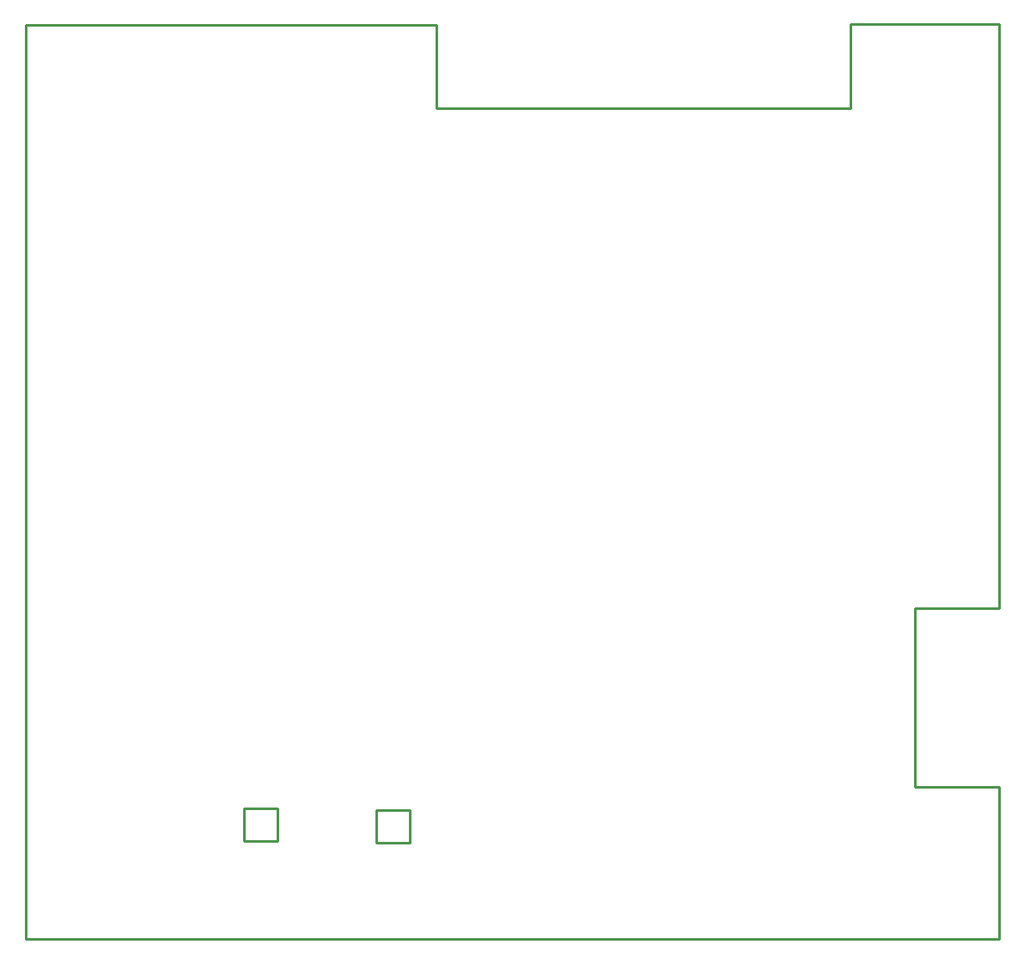
<source format=gm1>
G04*
G04 #@! TF.GenerationSoftware,Altium Limited,Altium Designer,21.8.1 (53)*
G04*
G04 Layer_Color=16711935*
%FSLAX44Y44*%
%MOMM*%
G71*
G04*
G04 #@! TF.SameCoordinates,50A5A8F4-FCC5-4A63-BB33-6A8E803C0949*
G04*
G04*
G04 #@! TF.FilePolarity,Positive*
G04*
G01*
G75*
%ADD15C,0.2540*%
D15*
X215300Y96520D02*
X248100D01*
X215300Y128820D02*
X248100D01*
X215300Y96520D02*
Y128820D01*
X248100Y96520D02*
Y128820D01*
X345550Y94340D02*
X378350D01*
X345550Y126640D02*
X378350D01*
X345550Y94340D02*
Y126640D01*
X378350Y94340D02*
Y126640D01*
X876155Y325428D02*
X958655D01*
X876155Y150000D02*
Y325428D01*
X959000D02*
X959000Y901700D01*
X876155Y150000D02*
X959000D01*
Y0D02*
Y150000D01*
X0Y901000D02*
X405000D01*
X812500Y901700D02*
X959000Y901700D01*
X405000Y818750D02*
X812500D01*
Y901250D01*
X405000Y818750D02*
Y901000D01*
X0Y0D02*
Y901000D01*
Y0D02*
X959000D01*
X215300Y96520D02*
X248100D01*
X215300Y128820D02*
X248100D01*
X215300Y96520D02*
Y128820D01*
X248100Y96520D02*
Y128820D01*
X345550Y94340D02*
X378350D01*
X345550Y126640D02*
X378350D01*
X345550Y94340D02*
Y126640D01*
X378350Y94340D02*
Y126640D01*
X876155Y325428D02*
X958655D01*
X876155Y150000D02*
Y325428D01*
X959000D02*
X959000Y901700D01*
X876155Y150000D02*
X959000D01*
Y0D02*
Y150000D01*
X0Y901000D02*
X405000D01*
X812500Y901700D02*
X959000Y901700D01*
X405000Y818750D02*
X812500D01*
Y901250D01*
X405000Y818750D02*
Y901000D01*
X0Y0D02*
Y901000D01*
Y0D02*
X959000D01*
M02*

</source>
